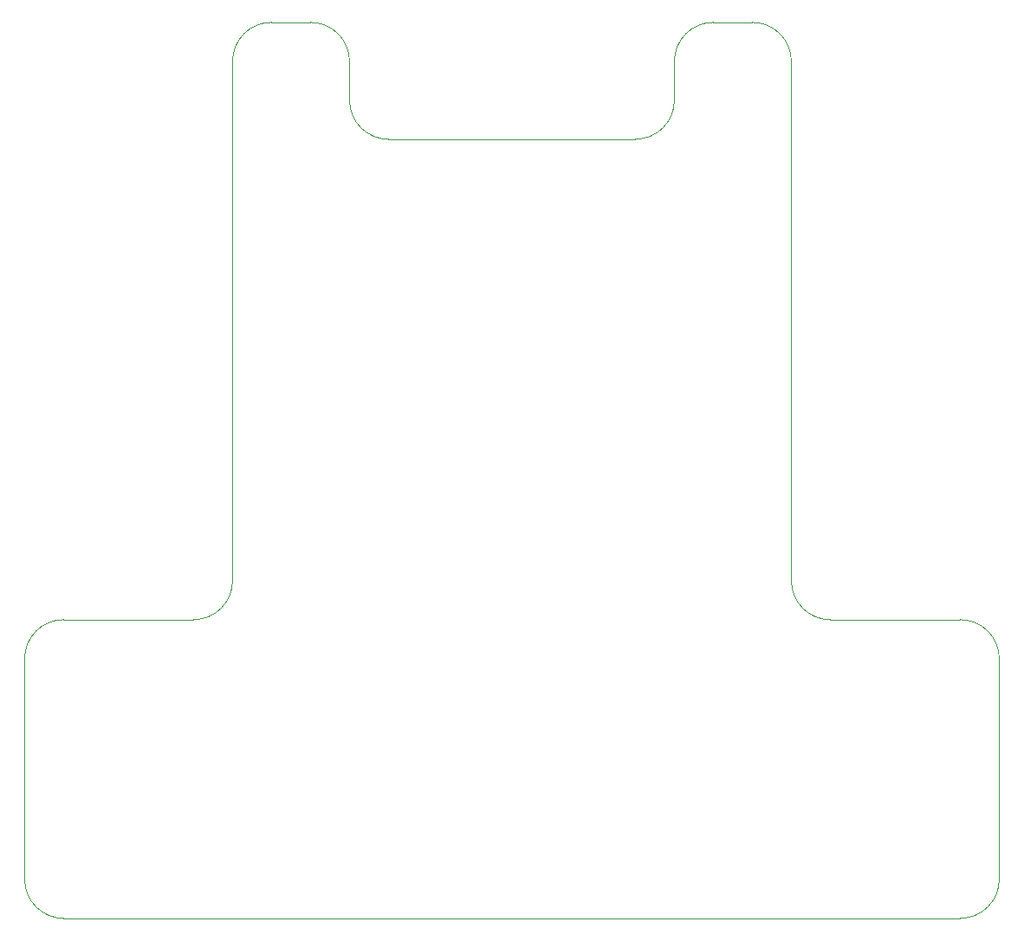
<source format=gbr>
%TF.GenerationSoftware,KiCad,Pcbnew,5.1.12-84ad8e8a86~92~ubuntu20.04.1*%
%TF.CreationDate,2022-02-24T18:35:21+01:00*%
%TF.ProjectId,GestureControl,47657374-7572-4654-936f-6e74726f6c2e,V0.1*%
%TF.SameCoordinates,Original*%
%TF.FileFunction,Profile,NP*%
%FSLAX46Y46*%
G04 Gerber Fmt 4.6, Leading zero omitted, Abs format (unit mm)*
G04 Created by KiCad (PCBNEW 5.1.12-84ad8e8a86~92~ubuntu20.04.1) date 2022-02-24 18:35:21*
%MOMM*%
%LPD*%
G01*
G04 APERTURE LIST*
%TA.AperFunction,Profile*%
%ADD10C,0.050000*%
%TD*%
G04 APERTURE END LIST*
D10*
X169926000Y-37846000D02*
G75*
G02*
X173736000Y-41656000I0J-3810000D01*
G01*
X162306000Y-45466000D02*
G75*
G02*
X158496000Y-49276000I-3810000J0D01*
G01*
X190246000Y-96266000D02*
G75*
G02*
X194056000Y-100076000I0J-3810000D01*
G01*
X119126000Y-41656000D02*
G75*
G02*
X122936000Y-37846000I3810000J0D01*
G01*
X177546000Y-96266000D02*
X190246000Y-96266000D01*
X162306000Y-41656000D02*
G75*
G02*
X166116000Y-37846000I3810000J0D01*
G01*
X166116000Y-37846000D02*
X169926000Y-37846000D01*
X134366000Y-49276000D02*
X158496000Y-49276000D01*
X177546000Y-96266000D02*
G75*
G02*
X173736000Y-92456000I0J3810000D01*
G01*
X173736000Y-41656000D02*
X173736000Y-92456000D01*
X134366000Y-49276000D02*
G75*
G02*
X130556000Y-45466000I0J3810000D01*
G01*
X119126000Y-92456000D02*
G75*
G02*
X115316000Y-96266000I-3810000J0D01*
G01*
X126746000Y-37846000D02*
G75*
G02*
X130556000Y-41656000I0J-3810000D01*
G01*
X130556000Y-45466000D02*
X130556000Y-41656000D01*
X102616000Y-96266000D02*
X115316000Y-96266000D01*
X98806000Y-100076000D02*
G75*
G02*
X102616000Y-96266000I3810000J0D01*
G01*
X122936000Y-37846000D02*
X126746000Y-37846000D01*
X162306000Y-41656000D02*
X162306000Y-45466000D01*
X119126000Y-92456000D02*
X119126000Y-41656000D01*
X194056000Y-121666000D02*
G75*
G02*
X190246000Y-125476000I-3810000J0D01*
G01*
X194056000Y-100076000D02*
X194056000Y-121666000D01*
X102616000Y-125476000D02*
G75*
G02*
X98806000Y-121666000I0J3810000D01*
G01*
X190246000Y-125476000D02*
X102616000Y-125476000D01*
X98806000Y-121666000D02*
X98806000Y-100076000D01*
M02*

</source>
